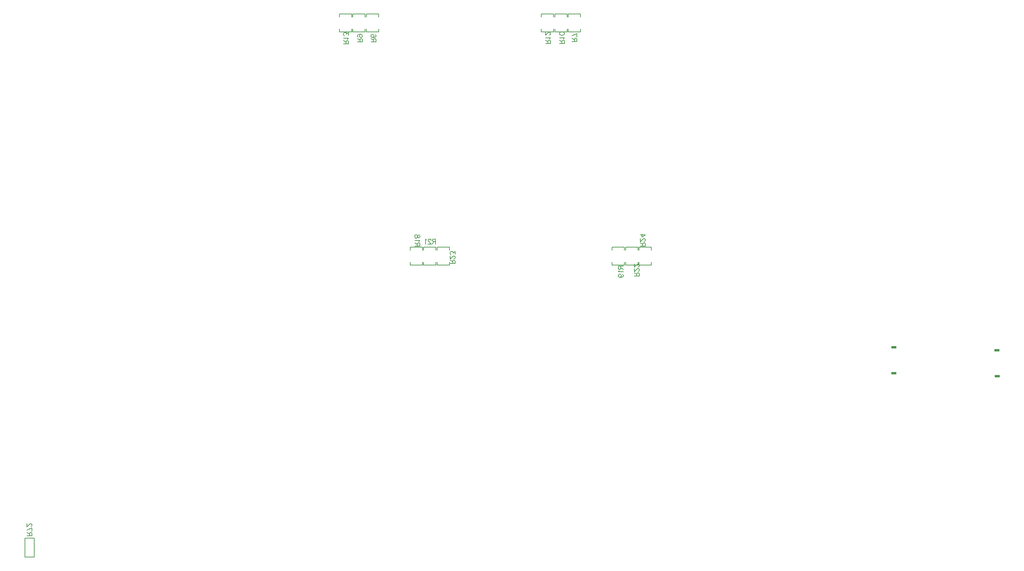
<source format=gbo>
G04 Layer_Color=32896*
%FSLAX25Y25*%
%MOIN*%
G70*
G01*
G75*
%ADD106C,0.00787*%
%ADD111C,0.00700*%
%ADD113C,0.00800*%
G36*
X879456Y297173D02*
X874338D01*
Y299535D01*
X879456D01*
Y297173D01*
D02*
G37*
G36*
X982956Y294173D02*
X977838D01*
Y296535D01*
X982956D01*
Y294173D01*
D02*
G37*
G36*
X879259Y323158D02*
X874141D01*
Y325520D01*
X879259D01*
Y323158D01*
D02*
G37*
G36*
X982759Y320158D02*
X977641D01*
Y322520D01*
X982759D01*
Y320158D01*
D02*
G37*
D106*
X5476Y113951D02*
Y123400D01*
Y132849D01*
X14924Y123400D02*
Y132849D01*
Y113951D02*
Y123400D01*
X5476Y113951D02*
X11381D01*
X5476Y132849D02*
X11381D01*
Y113951D02*
X14924D01*
X11381Y132849D02*
X14924D01*
D111*
X536828Y659020D02*
X549172D01*
X536828Y655849D02*
Y659020D01*
X549172Y655849D02*
Y659020D01*
Y640780D02*
Y643951D01*
X536828Y640780D02*
Y643951D01*
Y640780D02*
X549172D01*
X334328D02*
X346672D01*
X334328D02*
Y643951D01*
X346672Y640780D02*
Y643951D01*
Y655849D02*
Y659020D01*
X334328Y655849D02*
Y659020D01*
X346672D01*
X550328D02*
X562672D01*
X550328Y655849D02*
Y659020D01*
X562672Y655849D02*
Y659020D01*
Y640780D02*
Y643951D01*
X550328Y640780D02*
Y643951D01*
Y640780D02*
X562672D01*
X347828D02*
X360172D01*
X347828D02*
Y643951D01*
X360172Y640780D02*
Y643951D01*
Y655849D02*
Y659020D01*
X347828Y655849D02*
Y659020D01*
X360172D01*
X621328Y406780D02*
X633672D01*
Y409951D01*
X621328Y406780D02*
Y409951D01*
Y421849D02*
Y425020D01*
X633672Y421849D02*
Y425020D01*
X621328D02*
X633672D01*
X418828D02*
X431172D01*
Y421849D02*
Y425020D01*
X418828Y421849D02*
Y425020D01*
Y406780D02*
Y409951D01*
X431172Y406780D02*
Y409951D01*
X418828Y406780D02*
X431172D01*
X607828D02*
X620172D01*
Y409951D01*
X607828Y406780D02*
Y409951D01*
Y421849D02*
Y425020D01*
X620172Y421849D02*
Y425020D01*
X607828D02*
X620172D01*
X405328D02*
X417672D01*
Y421849D02*
Y425020D01*
X405328Y421849D02*
Y425020D01*
Y406780D02*
Y409951D01*
X417672Y406780D02*
Y409951D01*
X405328Y406780D02*
X417672D01*
X594328D02*
X606672D01*
Y409951D01*
X594328Y406780D02*
Y409951D01*
Y421849D02*
Y425020D01*
X606672Y421849D02*
Y425020D01*
X594328D02*
X606672D01*
X391828D02*
X404172D01*
Y421849D02*
Y425020D01*
X391828Y421849D02*
Y425020D01*
Y406780D02*
Y409951D01*
X404172Y406780D02*
Y409951D01*
X391828Y406780D02*
X404172D01*
X320828Y659020D02*
X333172D01*
X320828Y655849D02*
Y659020D01*
X333172Y655849D02*
Y659020D01*
Y640780D02*
Y643951D01*
X320828Y640780D02*
Y643951D01*
Y640780D02*
X333172D01*
X523328D02*
X535672D01*
X523328D02*
Y643951D01*
X535672Y640780D02*
Y643951D01*
Y655849D02*
Y659020D01*
X523328Y655849D02*
Y659020D01*
X535672D01*
D113*
X546499Y629400D02*
X541500D01*
X546499D02*
Y631542D01*
X546261Y632257D01*
X546023Y632495D01*
X545547Y632733D01*
X545071D01*
X544595Y632495D01*
X544356Y632257D01*
X544118Y631542D01*
Y629400D01*
Y631066D02*
X541500Y632733D01*
X545547Y633851D02*
X545785Y634328D01*
X546499Y635042D01*
X541500D01*
X546499Y638946D02*
X546261Y638231D01*
X545547Y637755D01*
X544356Y637517D01*
X543642D01*
X542452Y637755D01*
X541738Y638231D01*
X541500Y638946D01*
Y639422D01*
X541738Y640136D01*
X542452Y640612D01*
X543642Y640850D01*
X544356D01*
X545547Y640612D01*
X546261Y640136D01*
X546499Y639422D01*
Y638946D01*
X532499Y629400D02*
X527500D01*
X532499D02*
Y631542D01*
X532261Y632257D01*
X532023Y632495D01*
X531547Y632733D01*
X531071D01*
X530595Y632495D01*
X530357Y632257D01*
X530119Y631542D01*
Y629400D01*
Y631066D02*
X527500Y632733D01*
X531547Y633851D02*
X531785Y634328D01*
X532499Y635042D01*
X527500D01*
X531309Y637755D02*
X531547D01*
X532023Y637993D01*
X532261Y638231D01*
X532499Y638707D01*
Y639660D01*
X532261Y640136D01*
X532023Y640374D01*
X531547Y640612D01*
X531071D01*
X530595Y640374D01*
X529880Y639898D01*
X527500Y637517D01*
Y640850D01*
X329999Y628900D02*
X325000D01*
X329999D02*
Y631042D01*
X329761Y631756D01*
X329523Y631995D01*
X329047Y632233D01*
X328571D01*
X328095Y631995D01*
X327856Y631756D01*
X327619Y631042D01*
Y628900D01*
Y630566D02*
X325000Y632233D01*
X329047Y633351D02*
X329285Y633827D01*
X329999Y634542D01*
X325000D01*
X329999Y637493D02*
Y640112D01*
X328095Y638684D01*
Y639398D01*
X327856Y639874D01*
X327619Y640112D01*
X326904Y640350D01*
X326428D01*
X325714Y640112D01*
X325238Y639636D01*
X325000Y638922D01*
Y638207D01*
X325238Y637493D01*
X325476Y637255D01*
X325952Y637017D01*
X401499Y425900D02*
X396500D01*
X401499D02*
Y428042D01*
X401261Y428757D01*
X401023Y428995D01*
X400547Y429233D01*
X400071D01*
X399595Y428995D01*
X399357Y428757D01*
X399118Y428042D01*
Y425900D01*
Y427566D02*
X396500Y429233D01*
X400547Y430351D02*
X400785Y430828D01*
X401499Y431542D01*
X396500D01*
X401499Y435208D02*
X401261Y434493D01*
X400785Y434255D01*
X400309D01*
X399833Y434493D01*
X399595Y434970D01*
X399357Y435922D01*
X399118Y436636D01*
X398642Y437112D01*
X398166Y437350D01*
X397452D01*
X396976Y437112D01*
X396738Y436874D01*
X396500Y436160D01*
Y435208D01*
X396738Y434493D01*
X396976Y434255D01*
X397452Y434017D01*
X398166D01*
X398642Y434255D01*
X399118Y434731D01*
X399357Y435446D01*
X399595Y436398D01*
X399833Y436874D01*
X400309Y437112D01*
X400785D01*
X401261Y436874D01*
X401499Y436160D01*
Y435208D01*
X600501Y405900D02*
X605500D01*
X600501D02*
Y403758D01*
X600739Y403044D01*
X600977Y402805D01*
X601453Y402567D01*
X601929D01*
X602405Y402805D01*
X602643Y403044D01*
X602881Y403758D01*
Y405900D01*
Y404234D02*
X605500Y402567D01*
X601453Y401449D02*
X601215Y400973D01*
X600501Y400258D01*
X605500D01*
X602167Y394688D02*
X602881Y394926D01*
X603358Y395402D01*
X603596Y396116D01*
Y396354D01*
X603358Y397069D01*
X602881Y397545D01*
X602167Y397783D01*
X601929D01*
X601215Y397545D01*
X600739Y397069D01*
X600501Y396354D01*
Y396116D01*
X600739Y395402D01*
X601215Y394926D01*
X602167Y394688D01*
X603358D01*
X604548Y394926D01*
X605262Y395402D01*
X605500Y396116D01*
Y396592D01*
X605262Y397307D01*
X604786Y397545D01*
X417350Y433049D02*
Y428050D01*
Y433049D02*
X415208D01*
X414494Y432811D01*
X414255Y432573D01*
X414017Y432097D01*
Y431621D01*
X414255Y431145D01*
X414494Y430906D01*
X415208Y430668D01*
X417350D01*
X415684D02*
X414017Y428050D01*
X412661Y431859D02*
Y432097D01*
X412423Y432573D01*
X412184Y432811D01*
X411708Y433049D01*
X410756D01*
X410280Y432811D01*
X410042Y432573D01*
X409804Y432097D01*
Y431621D01*
X410042Y431145D01*
X410518Y430430D01*
X412899Y428050D01*
X409566D01*
X408447Y432097D02*
X407971Y432335D01*
X407257Y433049D01*
Y428050D01*
X621499Y395900D02*
X616500D01*
X621499D02*
Y398042D01*
X621261Y398757D01*
X621023Y398995D01*
X620547Y399233D01*
X620071D01*
X619595Y398995D01*
X619356Y398757D01*
X619118Y398042D01*
Y395900D01*
Y397566D02*
X616500Y399233D01*
X620309Y400590D02*
X620547D01*
X621023Y400828D01*
X621261Y401066D01*
X621499Y401542D01*
Y402494D01*
X621261Y402970D01*
X621023Y403208D01*
X620547Y403446D01*
X620071D01*
X619595Y403208D01*
X618880Y402732D01*
X616500Y400351D01*
Y403684D01*
X620309Y405041D02*
X620547D01*
X621023Y405279D01*
X621261Y405517D01*
X621499Y405993D01*
Y406945D01*
X621261Y407421D01*
X621023Y407659D01*
X620547Y407897D01*
X620071D01*
X619595Y407659D01*
X618880Y407183D01*
X616500Y404803D01*
Y408136D01*
X436899Y408500D02*
X431900D01*
X436899D02*
Y410642D01*
X436661Y411356D01*
X436423Y411595D01*
X435947Y411833D01*
X435471D01*
X434995Y411595D01*
X434757Y411356D01*
X434518Y410642D01*
Y408500D01*
Y410166D02*
X431900Y411833D01*
X435709Y413190D02*
X435947D01*
X436423Y413427D01*
X436661Y413666D01*
X436899Y414142D01*
Y415094D01*
X436661Y415570D01*
X436423Y415808D01*
X435947Y416046D01*
X435471D01*
X434995Y415808D01*
X434280Y415332D01*
X431900Y412951D01*
Y416284D01*
X436899Y417879D02*
Y420497D01*
X434995Y419069D01*
Y419783D01*
X434757Y420259D01*
X434518Y420497D01*
X433804Y420736D01*
X433328D01*
X432614Y420497D01*
X432138Y420021D01*
X431900Y419307D01*
Y418593D01*
X432138Y417879D01*
X432376Y417641D01*
X432852Y417403D01*
X627499Y425900D02*
X622500D01*
X627499D02*
Y428042D01*
X627261Y428757D01*
X627023Y428995D01*
X626547Y429233D01*
X626071D01*
X625595Y428995D01*
X625356Y428757D01*
X625118Y428042D01*
Y425900D01*
Y427566D02*
X622500Y429233D01*
X626309Y430589D02*
X626547D01*
X627023Y430828D01*
X627261Y431066D01*
X627499Y431542D01*
Y432494D01*
X627261Y432970D01*
X627023Y433208D01*
X626547Y433446D01*
X626071D01*
X625595Y433208D01*
X624880Y432732D01*
X622500Y430351D01*
Y433684D01*
X627499Y437183D02*
X624166Y434803D01*
Y438374D01*
X627499Y437183D02*
X622500D01*
X357499Y630900D02*
X352500D01*
X357499D02*
Y633042D01*
X357261Y633756D01*
X357023Y633995D01*
X356547Y634233D01*
X356071D01*
X355595Y633995D01*
X355357Y633756D01*
X355118Y633042D01*
Y630900D01*
Y632566D02*
X352500Y634233D01*
X356785Y638208D02*
X357261Y637970D01*
X357499Y637256D01*
Y636780D01*
X357261Y636066D01*
X356547Y635590D01*
X355357Y635351D01*
X354166D01*
X353214Y635590D01*
X352738Y636066D01*
X352500Y636780D01*
Y637018D01*
X352738Y637732D01*
X353214Y638208D01*
X353928Y638446D01*
X354166D01*
X354880Y638208D01*
X355357Y637732D01*
X355595Y637018D01*
Y636780D01*
X355357Y636066D01*
X354880Y635590D01*
X354166Y635351D01*
X558999Y631400D02*
X554000D01*
X558999D02*
Y633542D01*
X558761Y634257D01*
X558523Y634495D01*
X558047Y634733D01*
X557571D01*
X557095Y634495D01*
X556856Y634257D01*
X556618Y633542D01*
Y631400D01*
Y633066D02*
X554000Y634733D01*
X558999Y639184D02*
X554000Y636804D01*
X558999Y635851D02*
Y639184D01*
X12699Y135400D02*
X7700D01*
X12699D02*
Y137542D01*
X12461Y138257D01*
X12223Y138495D01*
X11747Y138733D01*
X11271D01*
X10795Y138495D01*
X10556Y138257D01*
X10318Y137542D01*
Y135400D01*
Y137066D02*
X7700Y138733D01*
X12699Y143184D02*
X7700Y140804D01*
X12699Y139851D02*
Y143184D01*
X11509Y144541D02*
X11747D01*
X12223Y144779D01*
X12461Y145017D01*
X12699Y145493D01*
Y146445D01*
X12461Y146921D01*
X12223Y147159D01*
X11747Y147397D01*
X11271D01*
X10795Y147159D01*
X10080Y146683D01*
X7700Y144303D01*
Y147635D01*
X343999Y630900D02*
X339000D01*
X343999D02*
Y633042D01*
X343761Y633756D01*
X343523Y633995D01*
X343047Y634233D01*
X342571D01*
X342095Y633995D01*
X341857Y633756D01*
X341618Y633042D01*
Y630900D01*
Y632566D02*
X339000Y634233D01*
X342333Y638446D02*
X341618Y638208D01*
X341142Y637732D01*
X340904Y637018D01*
Y636780D01*
X341142Y636066D01*
X341618Y635590D01*
X342333Y635351D01*
X342571D01*
X343285Y635590D01*
X343761Y636066D01*
X343999Y636780D01*
Y637018D01*
X343761Y637732D01*
X343285Y638208D01*
X342333Y638446D01*
X341142D01*
X339952Y638208D01*
X339238Y637732D01*
X339000Y637018D01*
Y636542D01*
X339238Y635827D01*
X339714Y635590D01*
M02*

</source>
